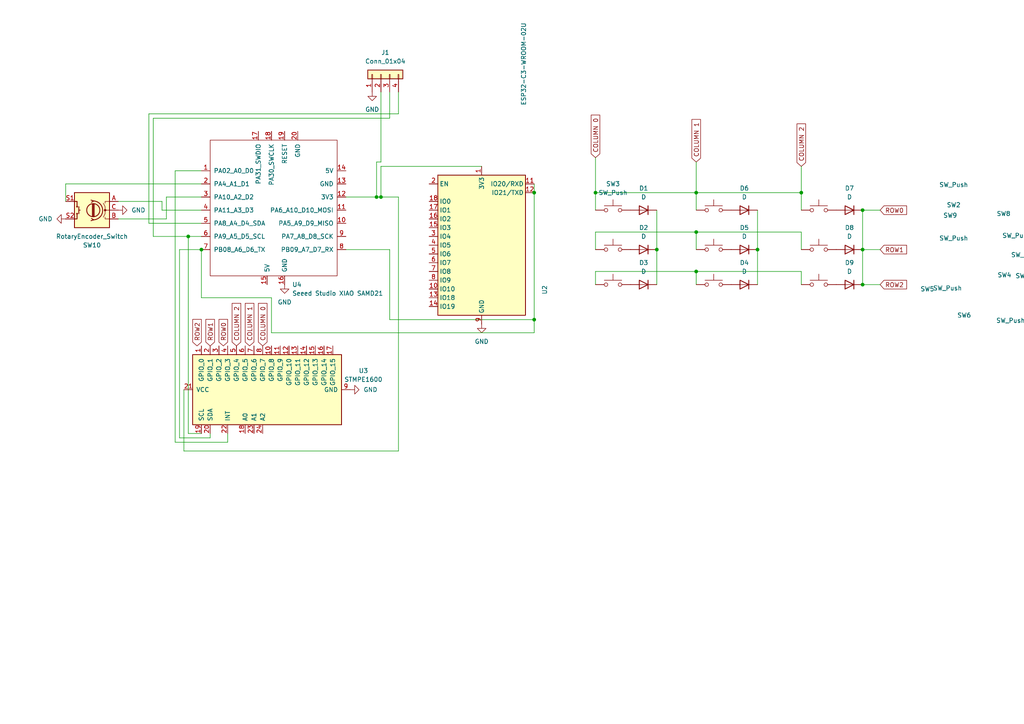
<source format=kicad_sch>
(kicad_sch (version 20231120) (generator "eeschema") (generator_version "8.0")
  (paper "A4")
  (lib_symbols
    (symbol "Connector_Generic:Conn_01x04" (pin_names (offset 1.016) hide)
      (property "Reference" "J" (at 0 5.08 0))
      (property "Value" "Conn_01x04" (at 0 -7.62 0))
      (symbol "Conn_01x04_1_1"
        (rectangle (start -1.27 -4.953) (end 0 -5.207) (stroke (width 0.1524)))
        (rectangle (start -1.27 -2.413) (end 0 -2.667) (stroke (width 0.1524)))
        (rectangle (start -1.27 0.127) (end 0 -0.127) (stroke (width 0.1524)))
        (rectangle (start -1.27 2.667) (end 0 2.413) (stroke (width 0.1524)))
        (rectangle (start -1.27 3.81) (end 1.27 -6.35) (stroke (width 0.254)) (fill (type background)))
        (pin passive line (at -5.08 2.54 0) (length 3.81) (name "Pin_1") (number "1"))
        (pin passive line (at -5.08 0 0) (length 3.81) (name "Pin_2") (number "2"))
        (pin passive line (at -5.08 -2.54 0) (length 3.81) (name "Pin_3") (number "3"))
        (pin passive line (at -5.08 -5.08 0) (length 3.81) (name "Pin_4") (number "4"))
      )
    )
    (symbol "Device:D" (pin_numbers hide) (pin_names (offset 1.016) hide)
      (property "Reference" "D" (at 0 2.54 0))
      (property "Value" "D" (at 0 -2.54 0))
      (symbol "D_0_1"
        (polyline (pts (xy -1.27 1.27) (xy -1.27 -1.27)) (stroke (width 0.254)))
        (polyline (pts (xy 1.27 0) (xy -1.27 0)))
        (polyline (pts (xy 1.27 1.27) (xy 1.27 -1.27) (xy -1.27 0) (xy 1.27 1.27)) (stroke (width 0.254)))
      )
      (symbol "D_1_1"
        (pin passive line (at -3.81 0 0) (length 2.54) (name "K") (number "1"))
        (pin passive line (at 3.81 0 180) (length 2.54) (name "A") (number "2"))
      )
    )
    (symbol "Device:RotaryEncoder_Switch" (pin_names (offset 0.254) hide)
      (property "Reference" "SW" (at 0 6.604 0))
      (property "Value" "RotaryEncoder_Switch" (at 0 -6.604 0))
      (symbol "RotaryEncoder_Switch_0_1"
        (rectangle (start -5.08 5.08) (end 5.08 -5.08) (stroke (width 0.254)) (fill (type background)))
        (circle (center -3.81 0) (radius 0.254) (fill (type outline)))
        (circle (center -0.381 0) (radius 1.905) (stroke (width 0.254)))
        (arc (start -0.381 2.667) (mid -3.0988 -0.0635) (end -0.381 -2.794) (stroke (width 0.254)))
        (polyline (pts (xy -0.635 -1.778) (xy -0.635 1.778)) (stroke (width 0.254)))
        (polyline (pts (xy -0.381 -1.778) (xy -0.381 1.778)) (stroke (width 0.254)))
        (polyline (pts (xy -0.127 1.778) (xy -0.127 -1.778)) (stroke (width 0.254)))
        (polyline (pts (xy 3.81 0) (xy 3.429 0)) (stroke (width 0.254)))
        (polyline (pts (xy 3.81 1.016) (xy 3.81 -1.016)) (stroke (width 0.254)))
        (polyline (pts (xy -5.08 -2.54) (xy -3.81 -2.54) (xy -3.81 -2.032)))
        (polyline (pts (xy -5.08 2.54) (xy -3.81 2.54) (xy -3.81 2.032)))
        (polyline (pts (xy 0.254 -3.048) (xy -0.508 -2.794) (xy 0.127 -2.413)) (stroke (width 0.254)))
        (polyline (pts (xy 0.254 2.921) (xy -0.508 2.667) (xy 0.127 2.286)) (stroke (width 0.254)))
        (polyline (pts (xy 5.08 -2.54) (xy 4.318 -2.54) (xy 4.318 -1.016)) (stroke (width 0.254)))
        (polyline (pts (xy 5.08 2.54) (xy 4.318 2.54) (xy 4.318 1.016)) (stroke (width 0.254)))
        (polyline (pts (xy -5.08 0) (xy -3.81 0) (xy -3.81 -1.016) (xy -3.302 -2.032)))
        (polyline (pts (xy -4.318 0) (xy -3.81 0) (xy -3.81 1.016) (xy -3.302 2.032)))
        (circle (center 4.318 -1.016) (radius 0.127) (stroke (width 0.254)))
        (circle (center 4.318 1.016) (radius 0.127) (stroke (width 0.254)))
      )
      (symbol "RotaryEncoder_Switch_1_1"
        (pin passive line (at -7.62 2.54 0) (length 2.54) (name "A") (number "A"))
        (pin passive line (at -7.62 -2.54 0) (length 2.54) (name "B") (number "B"))
        (pin passive line (at -7.62 0 0) (length 2.54) (name "C") (number "C"))
        (pin passive line (at 7.62 2.54 180) (length 2.54) (name "S1") (number "S1"))
        (pin passive line (at 7.62 -2.54 180) (length 2.54) (name "S2") (number "S2"))
      )
    )
    (symbol "Interface_Expansion:STMPE1600" (pin_names (offset 1.016))
      (property "Reference" "U" (at -9.144 21.336 0))
      (property "Value" "STMPE1600" (at 6.096 21.336 0))
      (symbol "STMPE1600_0_1"
        (rectangle (start -10.16 20.32) (end 10.16 -22.86) (stroke (width 0.254)) (fill (type background)))
      )
      (symbol "STMPE1600_1_1"
        (pin bidirectional line (at 12.7 17.78 180) (length 2.54) (name "GPIO_0") (number "1"))
        (pin bidirectional line (at 12.7 -2.54 180) (length 2.54) (name "GPIO_8") (number "10"))
        (pin bidirectional line (at 12.7 -5.08 180) (length 2.54) (name "GPIO_9") (number "11"))
        (pin bidirectional line (at 12.7 -7.62 180) (length 2.54) (name "GPIO_10") (number "12"))
        (pin bidirectional line (at 12.7 -10.16 180) (length 2.54) (name "GPIO_11") (number "13"))
        (pin bidirectional line (at 12.7 -12.7 180) (length 2.54) (name "GPIO_12") (number "14"))
        (pin bidirectional line (at 12.7 -15.24 180) (length 2.54) (name "GPIO_13") (number "15"))
        (pin bidirectional line (at 12.7 -17.78 180) (length 2.54) (name "GPIO_14") (number "16"))
        (pin bidirectional line (at 12.7 -20.32 180) (length 2.54) (name "GPIO_15") (number "17"))
        (pin input line (at -12.7 5.08 0) (length 2.54) (name "A0") (number "18"))
        (pin input line (at -12.7 17.78 0) (length 2.54) (name "SCL") (number "19"))
        (pin bidirectional line (at 12.7 15.24 180) (length 2.54) (name "GPIO_1") (number "2"))
        (pin bidirectional line (at -12.7 15.24 0) (length 2.54) (name "SDA") (number "20"))
        (pin power_in line (at 0 22.86 270) (length 2.54) (name "VCC") (number "21"))
        (pin output line (at -12.7 10.16 0) (length 2.54) (name "INT") (number "22"))
        (pin input line (at -12.7 2.54 0) (length 2.54) (name "A1") (number "23"))
        (pin input line (at -12.7 0 0) (length 2.54) (name "A2") (number "24"))
        (pin bidirectional line (at 12.7 12.7 180) (length 2.54) (name "GPIO_2") (number "3"))
        (pin bidirectional line (at 12.7 10.16 180) (length 2.54) (name "GPIO_3") (number "4"))
        (pin bidirectional line (at 12.7 7.62 180) (length 2.54) (name "GPIO_4") (number "5"))
        (pin bidirectional line (at 12.7 5.08 180) (length 2.54) (name "GPIO_5") (number "6"))
        (pin bidirectional line (at 12.7 2.54 180) (length 2.54) (name "GPIO_6") (number "7"))
        (pin bidirectional line (at 12.7 0 180) (length 2.54) (name "GPIO_7") (number "8"))
        (pin power_in line (at 0 -25.4 90) (length 2.54) (name "GND") (number "9"))
      )
    )
    (symbol "RF_Module:ESP32-C3-WROOM-02U"
      (property "Reference" "U" (at -12.192 21.336 0))
      (property "Value" "ESP32-C3-WROOM-02U" (at 12.7 21.336 0))
      (symbol "ESP32-C3-WROOM-02U_1_1"
        (rectangle (start -12.7 20.32) (end 12.7 -20.32) (stroke (width 0.254)) (fill (type background)))
        (pin power_in line (at 0 22.86 270) (length 2.54) (name "3V3") (number "1"))
        (pin bidirectional line (at -15.24 -12.7 0) (length 2.54) (name "IO10") (number "10"))
        (pin bidirectional line (at 15.24 17.78 180) (length 2.54) (name "IO20/RXD") (number "11"))
        (pin bidirectional line (at 15.24 15.24 180) (length 2.54) (name "IO21/TXD") (number "12"))
        (pin bidirectional line (at -15.24 -15.24 0) (length 2.54) (name "IO18") (number "13"))
        (pin bidirectional line (at -15.24 -17.78 0) (length 2.54) (name "IO19") (number "14"))
        (pin bidirectional line (at -15.24 5.08 0) (length 2.54) (name "IO3") (number "15"))
        (pin bidirectional line (at -15.24 7.62 0) (length 2.54) (name "IO2") (number "16"))
        (pin bidirectional line (at -15.24 10.16 0) (length 2.54) (name "IO1") (number "17"))
        (pin bidirectional line (at -15.24 12.7 0) (length 2.54) (name "IO0") (number "18"))
        (pin passive line (at 0 -22.86 90) (length 2.54) hide (name "GND") (number "19"))
        (pin input line (at -15.24 17.78 0) (length 2.54) (name "EN") (number "2"))
        (pin bidirectional line (at -15.24 2.54 0) (length 2.54) (name "IO4") (number "3"))
        (pin bidirectional line (at -15.24 0 0) (length 2.54) (name "IO5") (number "4"))
        (pin bidirectional line (at -15.24 -2.54 0) (length 2.54) (name "IO6") (number "5"))
        (pin bidirectional line (at -15.24 -5.08 0) (length 2.54) (name "IO7") (number "6"))
        (pin bidirectional line (at -15.24 -7.62 0) (length 2.54) (name "IO8") (number "7"))
        (pin bidirectional line (at -15.24 -10.16 0) (length 2.54) (name "IO9") (number "8"))
        (pin power_in line (at 0 -22.86 90) (length 2.54) (name "GND") (number "9"))
      )
    )
    (symbol "Seeed_Studio_XIAO_Series:Seeed Studio XIAO SAMD21" (pin_names (offset 1.016))
      (property "Reference" "U" (at -19.05 22.86 0))
      (property "Value" "Seeed Studio XIAO SAMD21" (at -12.7 21.59 0))
      (symbol "Seeed Studio XIAO SAMD21_0_1"
        (rectangle (start -19.05 20.32) (end 17.78 -19.05))
      )
      (symbol "Seeed Studio XIAO SAMD21_1_1"
        (pin unspecified line (at -21.59 11.43 0) (length 2.54) (name "PA02_A0_D0") (number "1"))
        (pin unspecified line (at 20.32 -3.81 180) (length 2.54) (name "PA5_A9_D9_MISO") (number "10"))
        (pin unspecified line (at 20.32 0 180) (length 2.54) (name "PA6_A10_D10_MOSI") (number "11"))
        (pin unspecified line (at 20.32 3.81 180) (length 2.54) (name "3V3") (number "12"))
        (pin unspecified line (at 20.32 7.62 180) (length 2.54) (name "GND") (number "13"))
        (pin unspecified line (at 20.32 11.43 180) (length 2.54) (name "5V") (number "14"))
        (pin input line (at -2.54 -21.59 90) (length 2.54) (name "5V") (number "15"))
        (pin input line (at 2.54 -21.59 90) (length 2.54) (name "GND") (number "16"))
        (pin input line (at -5.08 22.86 270) (length 2.54) (name "PA31_SWDIO") (number "17"))
        (pin input line (at -1.27 22.86 270) (length 2.54) (name "PA30_SWCLK") (number "18"))
        (pin input line (at 2.54 22.86 270) (length 2.54) (name "RESET") (number "19"))
        (pin unspecified line (at -21.59 7.62 0) (length 2.54) (name "PA4_A1_D1") (number "2"))
        (pin input line (at 6.35 22.86 270) (length 2.54) (name "GND") (number "20"))
        (pin unspecified line (at -21.59 3.81 0) (length 2.54) (name "PA10_A2_D2") (number "3"))
        (pin unspecified line (at -21.59 0 0) (length 2.54) (name "PA11_A3_D3") (number "4"))
        (pin unspecified line (at -21.59 -3.81 0) (length 2.54) (name "PA8_A4_D4_SDA") (number "5"))
        (pin unspecified line (at -21.59 -7.62 0) (length 2.54) (name "PA9_A5_D5_SCL") (number "6"))
        (pin unspecified line (at -21.59 -11.43 0) (length 2.54) (name "PB08_A6_D6_TX") (number "7"))
        (pin unspecified line (at 20.32 -11.43 180) (length 2.54) (name "PB09_A7_D7_RX") (number "8"))
        (pin unspecified line (at 20.32 -7.62 180) (length 2.54) (name "PA7_A8_D8_SCK") (number "9"))
      )
    )
    (symbol "Switch:SW_Push" (pin_numbers hide) (pin_names (offset 1.016) hide)
      (property "Reference" "SW" (at 1.27 2.54 0))
      (property "Value" "SW_Push" (at 0 -1.524 0))
      (symbol "SW_Push_0_1"
        (circle (center -2.032 0) (radius 0.508))
        (polyline (pts (xy 0 1.27) (xy 0 3.048)))
        (polyline (pts (xy 2.54 1.27) (xy -2.54 1.27)))
        (circle (center 2.032 0) (radius 0.508))
        (pin passive line (at -5.08 0 0) (length 2.54) (name "1") (number "1"))
        (pin passive line (at 5.08 0 180) (length 2.54) (name "2") (number "2"))
      )
    )
    (symbol "power:GND" (power) (pin_numbers hide) (pin_names (offset 0) hide)
      (property "Value" "GND" (at 0 -3.81 0))
      (symbol "GND_0_1"
        (polyline (pts (xy 0 0) (xy 0 -1.27) (xy 1.27 -1.27) (xy 0 -2.54) (xy -1.27 -1.27) (xy 0 -1.27)))
      )
      (symbol "GND_1_1"
        (pin power_in line (at 0 0 270) (length 0) (name "~") (number "1"))
      )
    )
  )
  (junction (at 54.61 68.58))
  (junction (at 201.93 55.88))
  (junction (at 250.19 72.39))
  (junction (at 154.94 92.71))
  (junction (at 109.22 57.15))
  (junction (at 232.41 55.88))
  (junction (at 172.72 55.88))
  (junction (at 58.42 72.39))
  (junction (at 190.5 72.39))
  (junction (at 110.49 57.15))
  (junction (at 154.94 55.88))
  (junction (at 201.93 67.31))
  (junction (at 250.19 60.96))
  (junction (at 201.93 78.74))
  (junction (at 250.19 82.55))
  (junction (at 219.71 72.39))
  (wire (pts (xy 113.03 26.67) (xy 113.03 34.29)))
  (wire (pts (xy 78.74 96.52) (xy 78.74 86.36)))
  (wire (pts (xy 115.57 33.02) (xy 43.18 33.02)))
  (wire (pts (xy 201.93 78.74) (xy 201.93 82.55)))
  (wire (pts (xy 172.72 82.55) (xy 172.72 78.74)))
  (wire (pts (xy 250.19 60.96) (xy 250.19 72.39)))
  (wire (pts (xy 110.49 46.99) (xy 109.22 46.99)))
  (wire (pts (xy 232.41 48.26) (xy 232.41 55.88)))
  (wire (pts (xy 172.72 55.88) (xy 201.93 55.88)))
  (wire (pts (xy 113.03 34.29) (xy 44.45 34.29)))
  (wire (pts (xy 250.19 82.55) (xy 255.27 82.55)))
  (wire (pts (xy 154.94 92.71) (xy 113.03 92.71)))
  (wire (pts (xy 43.18 64.77) (xy 58.42 64.77)))
  (wire (pts (xy 154.94 96.52) (xy 78.74 96.52)))
  (wire (pts (xy 115.57 130.81) (xy 115.57 57.15)))
  (wire (pts (xy 154.94 53.34) (xy 154.94 55.88)))
  (wire (pts (xy 201.93 55.88) (xy 201.93 60.96)))
  (wire (pts (xy 50.8 49.53) (xy 50.8 128.27)))
  (wire (pts (xy 53.34 113.03) (xy 53.34 130.81)))
  (wire (pts (xy 54.61 125.73) (xy 54.61 68.58)))
  (wire (pts (xy 201.93 46.99) (xy 201.93 55.88)))
  (wire (pts (xy 172.72 78.74) (xy 201.93 78.74)))
  (wire (pts (xy 109.22 57.15) (xy 110.49 57.15)))
  (wire (pts (xy 66.04 125.73) (xy 66.04 128.27)))
  (wire (pts (xy 44.45 68.58) (xy 54.61 68.58)))
  (wire (pts (xy 53.34 130.81) (xy 115.57 130.81)))
  (wire (pts (xy 115.57 26.67) (xy 115.57 33.02)))
  (wire (pts (xy 154.94 92.71) (xy 154.94 96.52)))
  (wire (pts (xy 190.5 72.39) (xy 190.5 82.55)))
  (wire (pts (xy 172.72 72.39) (xy 172.72 67.31)))
  (wire (pts (xy 48.26 63.5) (xy 48.26 57.15)))
  (wire (pts (xy 250.19 72.39) (xy 255.27 72.39)))
  (wire (pts (xy 60.96 127) (xy 52.07 127)))
  (wire (pts (xy 110.49 26.67) (xy 110.49 46.99)))
  (wire (pts (xy 115.57 57.15) (xy 110.49 57.15)))
  (wire (pts (xy 139.7 48.26) (xy 110.49 48.26)))
  (wire (pts (xy 232.41 55.88) (xy 232.41 60.96)))
  (wire (pts (xy 201.93 67.31) (xy 232.41 67.31)))
  (wire (pts (xy 154.94 55.88) (xy 154.94 92.71)))
  (wire (pts (xy 100.33 57.15) (xy 109.22 57.15)))
  (wire (pts (xy 232.41 78.74) (xy 232.41 82.55)))
  (wire (pts (xy 46.99 60.96) (xy 58.42 60.96)))
  (wire (pts (xy 232.41 67.31) (xy 232.41 72.39)))
  (wire (pts (xy 52.07 72.39) (xy 58.42 72.39)))
  (wire (pts (xy 50.8 49.53) (xy 58.42 49.53)))
  (wire (pts (xy 201.93 67.31) (xy 201.93 72.39)))
  (wire (pts (xy 44.45 34.29) (xy 44.45 68.58)))
  (wire (pts (xy 219.71 60.96) (xy 219.71 72.39)))
  (wire (pts (xy 19.05 58.42) (xy 19.05 53.34)))
  (wire (pts (xy 172.72 67.31) (xy 201.93 67.31)))
  (wire (pts (xy 34.29 58.42) (xy 46.99 58.42)))
  (wire (pts (xy 219.71 72.39) (xy 219.71 82.55)))
  (wire (pts (xy 250.19 60.96) (xy 255.27 60.96)))
  (wire (pts (xy 113.03 92.71) (xy 113.03 72.39)))
  (wire (pts (xy 172.72 55.88) (xy 172.72 60.96)))
  (wire (pts (xy 54.61 68.58) (xy 58.42 68.58)))
  (wire (pts (xy 250.19 72.39) (xy 250.19 82.55)))
  (wire (pts (xy 60.96 125.73) (xy 60.96 127)))
  (wire (pts (xy 110.49 48.26) (xy 110.49 57.15)))
  (wire (pts (xy 201.93 55.88) (xy 232.41 55.88)))
  (wire (pts (xy 19.05 53.34) (xy 58.42 53.34)))
  (wire (pts (xy 58.42 86.36) (xy 58.42 72.39)))
  (wire (pts (xy 78.74 86.36) (xy 58.42 86.36)))
  (wire (pts (xy 48.26 57.15) (xy 58.42 57.15)))
  (wire (pts (xy 66.04 128.27) (xy 50.8 128.27)))
  (wire (pts (xy 113.03 72.39) (xy 100.33 72.39)))
  (wire (pts (xy 52.07 127) (xy 52.07 72.39)))
  (wire (pts (xy 43.18 33.02) (xy 43.18 64.77)))
  (wire (pts (xy 46.99 58.42) (xy 46.99 60.96)))
  (wire (pts (xy 190.5 60.96) (xy 190.5 72.39)))
  (wire (pts (xy 34.29 63.5) (xy 48.26 63.5)))
  (wire (pts (xy 201.93 78.74) (xy 232.41 78.74)))
  (wire (pts (xy 109.22 46.99) (xy 109.22 57.15)))
  (wire (pts (xy 58.42 125.73) (xy 54.61 125.73)))
  (wire (pts (xy 172.72 45.72) (xy 172.72 55.88)))
  (global_label "ROW1" (shape input) (at 60.96 100.33 90) (property "Intersheetrefs" "${INTERSHEET_REFS}" (effects (hide yes))))
  (global_label "COLUMN 0" (shape input) (at 172.72 45.72 90) (property "Intersheetrefs" "${INTERSHEET_REFS}" (effects (hide yes))))
  (global_label "COLUMN 1" (shape input) (at 201.93 46.99 90) (property "Intersheetrefs" "${INTERSHEET_REFS}" (effects (hide yes))))
  (global_label "COLUMN 2" (shape input) (at 232.41 48.26 90) (property "Intersheetrefs" "${INTERSHEET_REFS}" (effects (hide yes))))
  (global_label "COLUMN 0" (shape input) (at 76.2 100.33 90) (property "Intersheetrefs" "${INTERSHEET_REFS}" (effects (hide yes))))
  (global_label "ROW0" (shape input) (at 255.27 60.96 0) (property "Intersheetrefs" "${INTERSHEET_REFS}" (effects (hide yes))))
  (global_label "COLUMN 2" (shape input) (at 68.58 100.33 90) (property "Intersheetrefs" "${INTERSHEET_REFS}" (effects (hide yes))))
  (global_label "ROW1" (shape input) (at 255.27 72.39 0) (property "Intersheetrefs" "${INTERSHEET_REFS}" (effects (hide yes))))
  (global_label "ROW2" (shape input) (at 57.15 100.33 90) (property "Intersheetrefs" "${INTERSHEET_REFS}" (effects (hide yes))))
  (global_label "ROW0" (shape input) (at 64.77 100.33 90) (property "Intersheetrefs" "${INTERSHEET_REFS}" (effects (hide yes))))
  (global_label "COLUMN 1" (shape input) (at 72.39 100.33 90) (property "Intersheetrefs" "${INTERSHEET_REFS}" (effects (hide yes))))
  (global_label "ROW2" (shape input) (at 255.27 82.55 0) (property "Intersheetrefs" "${INTERSHEET_REFS}" (effects (hide yes))))
  (symbol (lib_id "Switch:SW_Push") (at 237.49 72.39 0) (unit 1)
    (property "Reference" "SW7" (at 305.816 73.152 0))
    (property "Value" "SW_Push" (at 297.434 73.914 0))
    (property "Footprint" "Button_Switch_Keyboard:SW_Cherry_MX_1.00u_PCB" (effects (hide yes)))
    (property "Description" "Push button switch, generic, two pins" (effects (hide yes)))
  )
  (symbol (lib_id "Device:D") (at 186.69 60.96 180) (unit 1)
    (property "Reference" "D1" (at 186.69 54.61 0))
    (property "Value" "D" (at 186.69 57.15 0))
    (property "Footprint" "Diode_THT:D_DO-35_SOD27_P7.62mm_Horizontal" (effects (hide yes)))
    (property "Description" "Diode" (effects (hide yes)))
    (property "Sim.Device" "D" (effects (hide yes)))
    (property "Sim.Pins" "1=K 2=A" (effects (hide yes)))
  )
  (symbol (lib_id "Device:D") (at 215.9 82.55 180) (unit 1)
    (property "Reference" "D4" (at 215.9 76.2 0))
    (property "Value" "D" (at 215.9 78.74 0))
    (property "Footprint" "Diode_THT:D_DO-35_SOD27_P7.62mm_Horizontal" (effects (hide yes)))
    (property "Description" "Diode" (effects (hide yes)))
    (property "Sim.Device" "D" (effects (hide yes)))
    (property "Sim.Pins" "1=K 2=A" (effects (hide yes)))
  )
  (symbol (lib_id "RF_Module:ESP32-C3-WROOM-02U") (at 139.7 71.12 0) (unit 1)
    (property "Reference" "U2" (at 157.988 84.074 90))
    (property "Value" "ESP32-C3-WROOM-02U" (at 151.892 18.542 90))
    (property "Footprint" "RF_Module:ESP32-C3-WROOM-02U" (effects (hide yes)))
    (property "Datasheet" "https://www.espressif.com/sites/default/files/documentation/esp32-c3-wroom-02_datasheet_en.pdf" (effects (hide yes)))
    (property "Description" "802.11 b/g/n Wi­Fi and Bluetooth 5 module, ESP32­C3 SoC, RISC­V microprocessor, On-board antenna" (effects (hide yes)))
  )
  (symbol (lib_id "Switch:SW_Push") (at 207.01 72.39 0) (unit 1)
    (property "Reference" "SW9" (at 275.59 62.484 0))
    (property "Value" "SW_Push" (at 276.606 69.088 0))
    (property "Footprint" "Button_Switch_Keyboard:SW_Cherry_MX_1.00u_PCB" (effects (hide yes)))
    (property "Description" "Push button switch, generic, two pins" (effects (hide yes)))
  )
  (symbol (lib_id "Seeed_Studio_XIAO_Series:Seeed Studio XIAO SAMD21") (at 80.01 60.96 0) (unit 1)
    (property "Reference" "U4" (at 84.7441 82.55 0) (effects (justify left)))
    (property "Value" "Seeed Studio XIAO SAMD21" (at 84.7441 85.09 0) (effects (justify left)))
    (property "Footprint" "Seeed Studio XIAO Series Library:XIAO-Generic-Thruhole-14P-2.54-21X17.8MM" (effects (hide yes)))
  )
  (symbol (lib_id "Device:D") (at 246.38 72.39 180) (unit 1)
    (property "Reference" "D8" (at 246.38 66.04 0))
    (property "Value" "D" (at 246.38 68.58 0))
    (property "Footprint" "Diode_THT:D_DO-35_SOD27_P7.62mm_Horizontal" (effects (hide yes)))
    (property "Description" "Diode" (effects (hide yes)))
    (property "Sim.Device" "D" (effects (hide yes)))
    (property "Sim.Pins" "1=K 2=A" (effects (hide yes)))
  )
  (symbol (lib_id "power:GND") (at 34.29 60.96 90) (unit 1)
    (property "Reference" "#PWR01" (effects (hide yes)))
    (property "Value" "GND" (at 38.1 60.9599 90) (effects (justify right)))
    (property "Description" "Power symbol creates a global label with name \"GND\" , ground" (effects (hide yes)))
  )
  (symbol (lib_id "Device:D") (at 215.9 72.39 180) (unit 1)
    (property "Reference" "D5" (at 215.9 66.04 0))
    (property "Value" "D" (at 215.9 68.58 0))
    (property "Footprint" "Diode_THT:D_DO-35_SOD27_P7.62mm_Horizontal" (effects (hide yes)))
    (property "Description" "Diode" (effects (hide yes)))
    (property "Sim.Device" "D" (effects (hide yes)))
    (property "Sim.Pins" "1=K 2=A" (effects (hide yes)))
  )
  (symbol (lib_id "Device:RotaryEncoder_Switch") (at 26.67 60.96 0) (mirror y) (unit 1)
    (property "Reference" "SW10" (at 26.67 71.12 0))
    (property "Value" "RotaryEncoder_Switch" (at 26.67 68.58 0))
    (property "Footprint" "Rotary_Encoder:RotaryEncoder_Alps_EC12E-Switch_Vertical_H20mm_CircularMountingHoles" (effects (hide yes)))
    (property "Description" "Rotary encoder, dual channel, incremental quadrate outputs, with switch" (effects (hide yes)))
  )
  (symbol (lib_id "Device:D") (at 186.69 82.55 180) (unit 1)
    (property "Reference" "D3" (at 186.69 76.2 0))
    (property "Value" "D" (at 186.69 78.74 0))
    (property "Footprint" "Diode_THT:D_DO-35_SOD27_P7.62mm_Horizontal" (effects (hide yes)))
    (property "Description" "Diode" (effects (hide yes)))
    (property "Sim.Device" "D" (effects (hide yes)))
    (property "Sim.Pins" "1=K 2=A" (effects (hide yes)))
  )
  (symbol (lib_id "Interface_Expansion:STMPE1600") (at 76.2 113.03 90) (unit 1)
    (property "Reference" "U3" (at 105.41 107.5338 90))
    (property "Value" "STMPE1600" (at 105.41 110.0738 90))
    (property "Footprint" "Package_DFN_QFN:QFN-24-1EP_4x4mm_P0.5mm_EP2.6x2.6mm" (effects (hide yes)))
    (property "Datasheet" "http://www.st.com/resource/en/datasheet/stmpe1600.pdf" (effects (hide yes)))
    (property "Description" "IO expander 16 GPIO, I2C 400kHz, Interrupt, 1.65 - 3.6V, QFN-24" (effects (hide yes)))
  )
  (symbol (lib_id "power:GND") (at 101.6 113.03 90) (unit 1)
    (property "Reference" "#PWR05" (effects (hide yes)))
    (property "Value" "GND" (at 105.41 113.0299 90) (effects (justify right)))
    (property "Description" "Power symbol creates a global label with name \"GND\" , ground" (effects (hide yes)))
  )
  (symbol (lib_id "Switch:SW_Push") (at 177.8 72.39 0) (unit 1)
    (property "Reference" "SW8" (at 291.084 61.976 0))
    (property "Value" "SW_Push" (at 294.894 68.326 0))
    (property "Footprint" "Button_Switch_Keyboard:SW_Cherry_MX_1.00u_PCB" (effects (hide yes)))
    (property "Description" "Push button switch, generic, two pins" (effects (hide yes)))
  )
  (symbol (lib_id "power:GND") (at 19.05 63.5 270) (unit 1)
    (property "Reference" "#PWR02" (effects (hide yes)))
    (property "Value" "GND" (at 15.24 63.4999 90) (effects (justify right)))
    (property "Description" "Power symbol creates a global label with name \"GND\" , ground" (effects (hide yes)))
  )
  (symbol (lib_id "Device:D") (at 215.9 60.96 180) (unit 1)
    (property "Reference" "D6" (at 215.9 54.61 0))
    (property "Value" "D" (at 215.9 57.15 0))
    (property "Footprint" "Diode_THT:D_DO-35_SOD27_P7.62mm_Horizontal" (effects (hide yes)))
    (property "Description" "Diode" (effects (hide yes)))
    (property "Sim.Device" "D" (effects (hide yes)))
    (property "Sim.Pins" "1=K 2=A" (effects (hide yes)))
  )
  (symbol (lib_id "Switch:SW_Push") (at 177.8 82.55 0) (unit 1)
    (property "Reference" "SW6" (at 279.654 91.44 0))
    (property "Value" "SW_Push" (at 293.116 92.964 0))
    (property "Footprint" "Button_Switch_Keyboard:SW_Cherry_MX_1.00u_PCB" (effects (hide yes)))
    (property "Description" "Push button switch, generic, two pins" (effects (hide yes)))
  )
  (symbol (lib_id "Switch:SW_Push") (at 237.49 60.96 0) (unit 1)
    (property "Reference" "SW1" (at 307.086 59.436 0))
    (property "Value" "SW_Push" (at 303.276 54.102 0))
    (property "Footprint" "Button_Switch_Keyboard:SW_Cherry_MX_1.00u_PCB" (effects (hide yes)))
    (property "Description" "Push button switch, generic, two pins" (effects (hide yes)))
  )
  (symbol (lib_id "power:GND") (at 82.55 82.55 0) (unit 1)
    (property "Reference" "#PWR04" (effects (hide yes)))
    (property "Value" "GND" (at 82.55 87.63 0))
    (property "Description" "Power symbol creates a global label with name \"GND\" , ground" (effects (hide yes)))
  )
  (symbol (lib_id "Switch:SW_Push") (at 237.49 82.55 0) (unit 1)
    (property "Reference" "SW4" (at 291.338 79.756 0))
    (property "Value" "SW_Push" (at 298.704 80.01 0))
    (property "Footprint" "Button_Switch_Keyboard:SW_Cherry_MX_1.00u_PCB" (effects (hide yes)))
    (property "Description" "Push button switch, generic, two pins" (effects (hide yes)))
  )
  (symbol (lib_id "Connector_Generic:Conn_01x04") (at 110.49 21.59 90) (unit 1)
    (property "Reference" "J1" (at 111.76 15.24 90))
    (property "Value" "Conn_01x04" (at 111.76 17.78 90))
    (property "Footprint" "Connector_PinHeader_2.54mm:PinHeader_1x04_P2.54mm_Vertical" (effects (hide yes)))
    (property "Description" "Generic connector, single row, 01x04, script generated (kicad-library-utils/schlib/autogen/connector/)" (effects (hide yes)))
  )
  (symbol (lib_id "Switch:SW_Push") (at 177.8 60.96 0) (unit 1)
    (property "Reference" "SW3" (at 177.8 53.34 0))
    (property "Value" "SW_Push" (at 177.8 55.88 0))
    (property "Footprint" "Button_Switch_Keyboard:SW_Cherry_MX_1.00u_PCB" (effects (hide yes)))
    (property "Description" "Push button switch, generic, two pins" (effects (hide yes)))
  )
  (symbol (lib_id "Switch:SW_Push") (at 207.01 82.55 0) (unit 1)
    (property "Reference" "SW5" (at 268.986 83.82 0))
    (property "Value" "SW_Push" (at 274.828 83.566 0))
    (property "Footprint" "Button_Switch_Keyboard:SW_Cherry_MX_1.00u_PCB" (effects (hide yes)))
    (property "Description" "Push button switch, generic, two pins" (effects (hide yes)))
  )
  (symbol (lib_id "Switch:SW_Push") (at 207.01 60.96 0) (unit 1)
    (property "Reference" "SW2" (at 276.606 59.436 0))
    (property "Value" "SW_Push" (at 276.606 53.594 0))
    (property "Footprint" "Button_Switch_Keyboard:SW_Cherry_MX_1.00u_PCB" (effects (hide yes)))
    (property "Description" "Push button switch, generic, two pins" (effects (hide yes)))
  )
  (symbol (lib_id "power:GND") (at 139.7 93.98 0) (unit 1)
    (property "Reference" "#PWR06" (effects (hide yes)))
    (property "Value" "GND" (at 139.7 99.06 0))
    (property "Description" "Power symbol creates a global label with name \"GND\" , ground" (effects (hide yes)))
  )
  (symbol (lib_id "Device:D") (at 246.38 82.55 180) (unit 1)
    (property "Reference" "D9" (at 246.38 76.2 0))
    (property "Value" "D" (at 246.38 78.74 0))
    (property "Footprint" "Diode_THT:D_DO-35_SOD27_P7.62mm_Horizontal" (effects (hide yes)))
    (property "Description" "Diode" (effects (hide yes)))
    (property "Sim.Device" "D" (effects (hide yes)))
    (property "Sim.Pins" "1=K 2=A" (effects (hide yes)))
  )
  (symbol (lib_id "Device:D") (at 246.38 60.96 180) (unit 1)
    (property "Reference" "D7" (at 246.38 54.61 0))
    (property "Value" "D" (at 246.38 57.15 0))
    (property "Footprint" "Diode_THT:D_DO-35_SOD27_P7.62mm_Horizontal" (effects (hide yes)))
    (property "Description" "Diode" (effects (hide yes)))
    (property "Sim.Device" "D" (effects (hide yes)))
    (property "Sim.Pins" "1=K 2=A" (effects (hide yes)))
  )
  (symbol (lib_id "power:GND") (at 107.95 26.67 0) (unit 1)
    (property "Reference" "#PWR07" (effects (hide yes)))
    (property "Value" "GND" (at 107.95 31.75 0))
    (property "Description" "Power symbol creates a global label with name \"GND\" , ground" (effects (hide yes)))
  )
  (symbol (lib_id "Device:D") (at 186.69 72.39 180) (unit 1)
    (property "Reference" "D2" (at 186.69 66.04 0))
    (property "Value" "D" (at 186.69 68.58 0))
    (property "Footprint" "Diode_THT:D_DO-35_SOD27_P7.62mm_Horizontal" (effects (hide yes)))
    (property "Description" "Diode" (effects (hide yes)))
    (property "Sim.Device" "D" (effects (hide yes)))
    (property "Sim.Pins" "1=K 2=A" (effects (hide yes)))
  )
)
</source>
